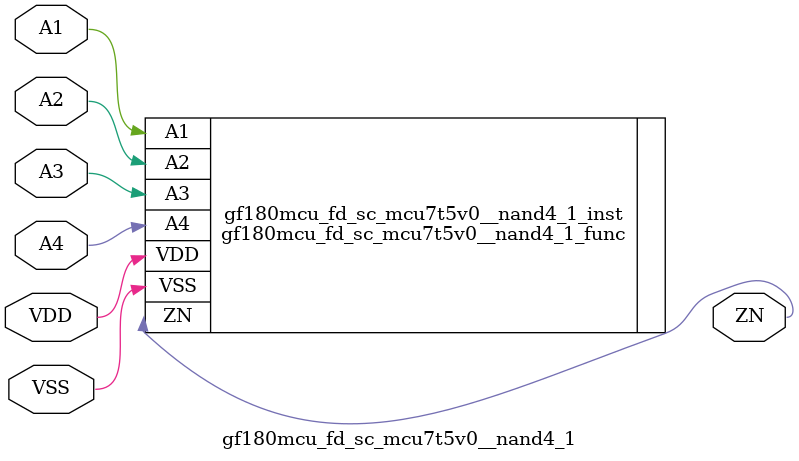
<source format=v>

module gf180mcu_fd_sc_mcu7t5v0__nand4_1( A4, ZN, A3, A2, A1, VDD, VSS );
input A1, A2, A3, A4;
inout VDD, VSS;
output ZN;

   `ifdef FUNCTIONAL  //  functional //

	gf180mcu_fd_sc_mcu7t5v0__nand4_1_func gf180mcu_fd_sc_mcu7t5v0__nand4_1_behav_inst(.A4(A4),.ZN(ZN),.A3(A3),.A2(A2),.A1(A1),.VDD(VDD),.VSS(VSS));

   `else

	gf180mcu_fd_sc_mcu7t5v0__nand4_1_func gf180mcu_fd_sc_mcu7t5v0__nand4_1_inst(.A4(A4),.ZN(ZN),.A3(A3),.A2(A2),.A1(A1),.VDD(VDD),.VSS(VSS));

	// spec_gates_begin


	// spec_gates_end



   specify

	// specify_block_begin

	// comb arc A1 --> ZN
	 (A1 => ZN) = (1.0,1.0);

	// comb arc A2 --> ZN
	 (A2 => ZN) = (1.0,1.0);

	// comb arc A3 --> ZN
	 (A3 => ZN) = (1.0,1.0);

	// comb arc A4 --> ZN
	 (A4 => ZN) = (1.0,1.0);

	// specify_block_end

   endspecify

   `endif

endmodule

</source>
